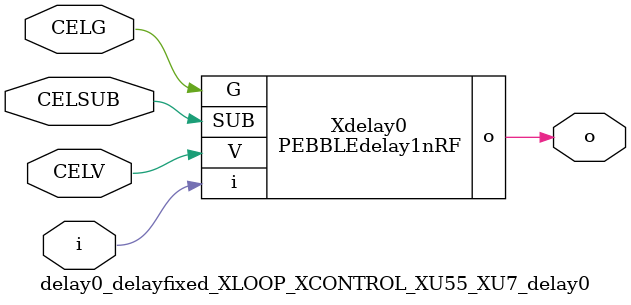
<source format=v>



module PEBBLEdelay1nRF ( o, V, G, i, SUB );

  input V;
  input i;
  input G;
  output o;
  input SUB;
endmodule

//Celera Confidential Do Not Copy delay0_delayfixed_XLOOP_XCONTROL_XU55_XU7_delay0
//TYPE: fixed 1ns
module delay0_delayfixed_XLOOP_XCONTROL_XU55_XU7_delay0 (i, CELV, o,
CELG,CELSUB);
input CELV;
input i;
output o;
input CELSUB;
input CELG;

//Celera Confidential Do Not Copy delayfast0
PEBBLEdelay1nRF Xdelay0(
.V (CELV),
.i (i),
.o (o),
.G (CELG),
.SUB (CELSUB)
);
//,diesize,PEBBLEdelay1nRF

//Celera Confidential Do Not Copy Module End
//Celera Schematic Generator
endmodule

</source>
